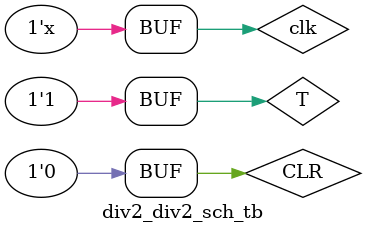
<source format=v>

`timescale 1ns / 1ps

module div2_div2_sch_tb();

// Inputs
   reg clk;
   reg T;
   reg CLR;

// Output
   wire Q;

// Bidirs

// Instantiate the UUT
   div2 UUT (
		.clk(clk), 
		.T(T), 
		.CLR(CLR), 
		.Q(Q)
   );
// Initialize Inputs
       initial begin
		clk = 0;
		T = 1;
		CLR = 0;
		end
		always #5 clk=~clk;
endmodule

</source>
